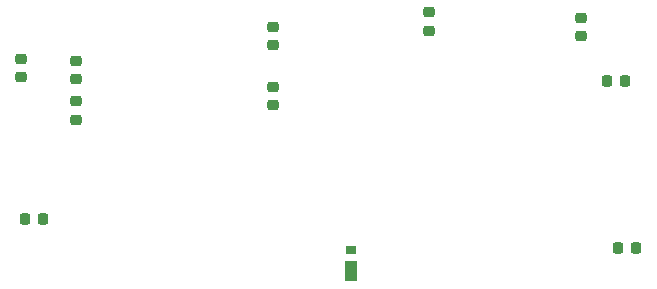
<source format=gbr>
%TF.GenerationSoftware,KiCad,Pcbnew,8.0.2*%
%TF.CreationDate,2024-07-10T14:47:37-04:00*%
%TF.ProjectId,Low-Power_PDP,4c6f772d-506f-4776-9572-5f5044502e6b,rev?*%
%TF.SameCoordinates,Original*%
%TF.FileFunction,Paste,Top*%
%TF.FilePolarity,Positive*%
%FSLAX46Y46*%
G04 Gerber Fmt 4.6, Leading zero omitted, Abs format (unit mm)*
G04 Created by KiCad (PCBNEW 8.0.2) date 2024-07-10 14:47:37*
%MOMM*%
%LPD*%
G01*
G04 APERTURE LIST*
G04 Aperture macros list*
%AMRoundRect*
0 Rectangle with rounded corners*
0 $1 Rounding radius*
0 $2 $3 $4 $5 $6 $7 $8 $9 X,Y pos of 4 corners*
0 Add a 4 corners polygon primitive as box body*
4,1,4,$2,$3,$4,$5,$6,$7,$8,$9,$2,$3,0*
0 Add four circle primitives for the rounded corners*
1,1,$1+$1,$2,$3*
1,1,$1+$1,$4,$5*
1,1,$1+$1,$6,$7*
1,1,$1+$1,$8,$9*
0 Add four rect primitives between the rounded corners*
20,1,$1+$1,$2,$3,$4,$5,0*
20,1,$1+$1,$4,$5,$6,$7,0*
20,1,$1+$1,$6,$7,$8,$9,0*
20,1,$1+$1,$8,$9,$2,$3,0*%
G04 Aperture macros list end*
%ADD10RoundRect,0.225000X-0.250000X0.225000X-0.250000X-0.225000X0.250000X-0.225000X0.250000X0.225000X0*%
%ADD11RoundRect,0.225000X0.250000X-0.225000X0.250000X0.225000X-0.250000X0.225000X-0.250000X-0.225000X0*%
%ADD12RoundRect,0.225000X0.225000X0.250000X-0.225000X0.250000X-0.225000X-0.250000X0.225000X-0.250000X0*%
%ADD13R,1.092200X1.803400*%
%ADD14R,0.838200X0.711200*%
G04 APERTURE END LIST*
D10*
%TO.C,C6*%
X94300000Y-33125000D03*
X94300000Y-34675000D03*
%TD*%
D11*
%TO.C,C4*%
X81100000Y-40975000D03*
X81100000Y-39425000D03*
%TD*%
D10*
%TO.C,C3*%
X64400000Y-40650000D03*
X64400000Y-42200000D03*
%TD*%
D12*
%TO.C,C8*%
X110900000Y-38900000D03*
X109350000Y-38900000D03*
%TD*%
D11*
%TO.C,C2*%
X64400000Y-38750000D03*
X64400000Y-37200000D03*
%TD*%
D13*
%TO.C,D1*%
X87700000Y-55051500D03*
D14*
X87700000Y-53202400D03*
%TD*%
D10*
%TO.C,C7*%
X107200000Y-33550000D03*
X107200000Y-35100000D03*
%TD*%
D12*
%TO.C,C10*%
X111875000Y-53100000D03*
X110325000Y-53100000D03*
%TD*%
D11*
%TO.C,C9*%
X59800000Y-38575000D03*
X59800000Y-37025000D03*
%TD*%
D12*
%TO.C,C11*%
X61675000Y-50600000D03*
X60125000Y-50600000D03*
%TD*%
D10*
%TO.C,C1*%
X81100000Y-34350000D03*
X81100000Y-35900000D03*
%TD*%
M02*

</source>
